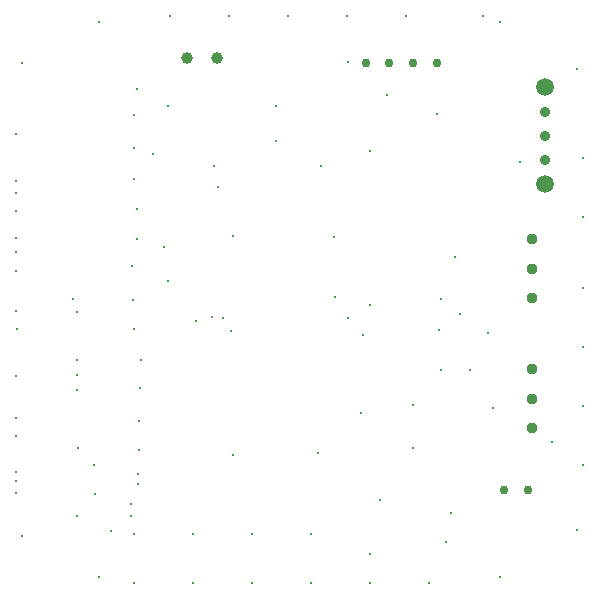
<source format=gbr>
%TF.GenerationSoftware,KiCad,Pcbnew,7.0.7-7.0.7~ubuntu23.04.1*%
%TF.CreationDate,2023-09-19T04:43:30+00:00*%
%TF.ProjectId,m5-pantilt,6d352d70-616e-4746-996c-742e6b696361,1*%
%TF.SameCoordinates,Original*%
%TF.FileFunction,Plated,1,2,PTH,Drill*%
%TF.FilePolarity,Positive*%
%FSLAX46Y46*%
G04 Gerber Fmt 4.6, Leading zero omitted, Abs format (unit mm)*
G04 Created by KiCad (PCBNEW 7.0.7-7.0.7~ubuntu23.04.1) date 2023-09-19 04:43:30*
%MOMM*%
%LPD*%
G01*
G04 APERTURE LIST*
%TA.AperFunction,ViaDrill*%
%ADD10C,0.300000*%
%TD*%
%TA.AperFunction,ComponentDrill*%
%ADD11C,0.750000*%
%TD*%
%TA.AperFunction,ComponentDrill*%
%ADD12C,0.900000*%
%TD*%
%TA.AperFunction,ComponentDrill*%
%ADD13C,0.950000*%
%TD*%
%TA.AperFunction,ComponentDrill*%
%ADD14C,1.000000*%
%TD*%
%TA.AperFunction,ComponentDrill*%
%ADD15C,1.500000*%
%TD*%
G04 APERTURE END LIST*
D10*
X101000000Y-61000000D03*
X101000000Y-66000000D03*
X101000000Y-71000000D03*
X101000000Y-76000000D03*
X101000000Y-81450000D03*
X101000000Y-86538000D03*
X101016000Y-64948000D03*
X101016000Y-67488000D03*
X101016000Y-69774000D03*
X101016000Y-72568000D03*
X101016000Y-85014000D03*
X101016000Y-89586000D03*
X101016000Y-90385503D03*
X101016000Y-91364000D03*
X101100000Y-77500000D03*
X101500000Y-55000000D03*
X101500000Y-95000000D03*
X105800000Y-75000000D03*
X106150000Y-80150000D03*
X106150000Y-81400000D03*
X106150000Y-82700000D03*
X106200000Y-76100000D03*
X106200000Y-93300000D03*
X106250000Y-87550000D03*
X107600000Y-88976400D03*
X107700000Y-91500000D03*
X108000000Y-51500000D03*
X108000000Y-98500000D03*
X109000000Y-94600000D03*
X110700000Y-92300000D03*
X110700000Y-93300000D03*
X110809600Y-72201600D03*
X110930000Y-75010000D03*
X111000000Y-59400000D03*
X111000000Y-62200000D03*
X111000000Y-64800000D03*
X111000000Y-77500000D03*
X111000000Y-94830000D03*
X111000000Y-99000000D03*
X111200000Y-57200000D03*
X111200000Y-69900000D03*
X111220000Y-67380000D03*
X111300000Y-89800000D03*
X111300000Y-90600000D03*
X111410000Y-87740000D03*
X111430000Y-85268000D03*
X111500000Y-82500000D03*
X111600000Y-80100000D03*
X112600000Y-62650000D03*
X113550000Y-70550000D03*
X113900000Y-58600000D03*
X113900000Y-73400000D03*
X114000000Y-51000000D03*
X116000000Y-94850000D03*
X116000000Y-99000000D03*
X116250000Y-76800000D03*
X117550000Y-76500000D03*
X117800000Y-63700000D03*
X118100480Y-65499520D03*
X118500000Y-76534015D03*
X119000000Y-51000000D03*
X119200000Y-77700000D03*
X119400000Y-69600000D03*
X119400000Y-88200000D03*
X121000000Y-94850000D03*
X121000000Y-99000000D03*
X123000000Y-61550000D03*
X123050000Y-58650000D03*
X124000000Y-51000000D03*
X126000000Y-94850000D03*
X126000000Y-99000000D03*
X126600000Y-88000000D03*
X126800000Y-63700000D03*
X127900000Y-69700000D03*
X128000000Y-74750000D03*
X129000000Y-51000000D03*
X129100000Y-54900000D03*
X129100000Y-76534015D03*
X130200000Y-84600000D03*
X130350000Y-78000000D03*
X130950000Y-62400000D03*
X130980000Y-96530000D03*
X131000000Y-75500000D03*
X131000000Y-99000000D03*
X131800000Y-92000000D03*
X132400000Y-57650000D03*
X134000000Y-51000000D03*
X134600000Y-83900000D03*
X134600000Y-87600000D03*
X136000000Y-99000000D03*
X136600000Y-59300000D03*
X136800000Y-77600000D03*
X137000000Y-75000000D03*
X137000000Y-81000000D03*
X137380000Y-95490000D03*
X137795200Y-93065800D03*
X138200000Y-71400000D03*
X138600000Y-76200000D03*
X139400000Y-80963000D03*
X140500000Y-51000000D03*
X141000000Y-77800000D03*
X141400000Y-84200000D03*
X142000000Y-51500000D03*
X142000000Y-98500000D03*
X143700000Y-63400000D03*
X146400000Y-87100000D03*
X148500000Y-55500000D03*
X148500000Y-94500000D03*
X149000000Y-63000000D03*
X149000000Y-68000000D03*
X149000000Y-74000000D03*
X149000000Y-79000000D03*
X149000000Y-84000000D03*
X149000000Y-89000000D03*
D11*
%TO.C,J6*%
X130600000Y-55000000D03*
X132600000Y-55000000D03*
X134600000Y-55000000D03*
X136600000Y-55000000D03*
%TO.C,J5*%
X142350000Y-91150000D03*
X144350000Y-91150000D03*
D12*
%TO.C,SW1*%
X145800000Y-59150000D03*
X145800000Y-61150000D03*
X145800000Y-63150000D03*
D13*
%TO.C,J3*%
X144700000Y-69900000D03*
X144700000Y-72400000D03*
X144700000Y-74900000D03*
%TO.C,J8*%
X144700000Y-80900000D03*
X144700000Y-83400000D03*
X144700000Y-85900000D03*
D14*
%TO.C,J7*%
X115500000Y-54525000D03*
X118000000Y-54525000D03*
D15*
%TO.C,SW1*%
X145800000Y-57050000D03*
X145800000Y-65250000D03*
M02*

</source>
